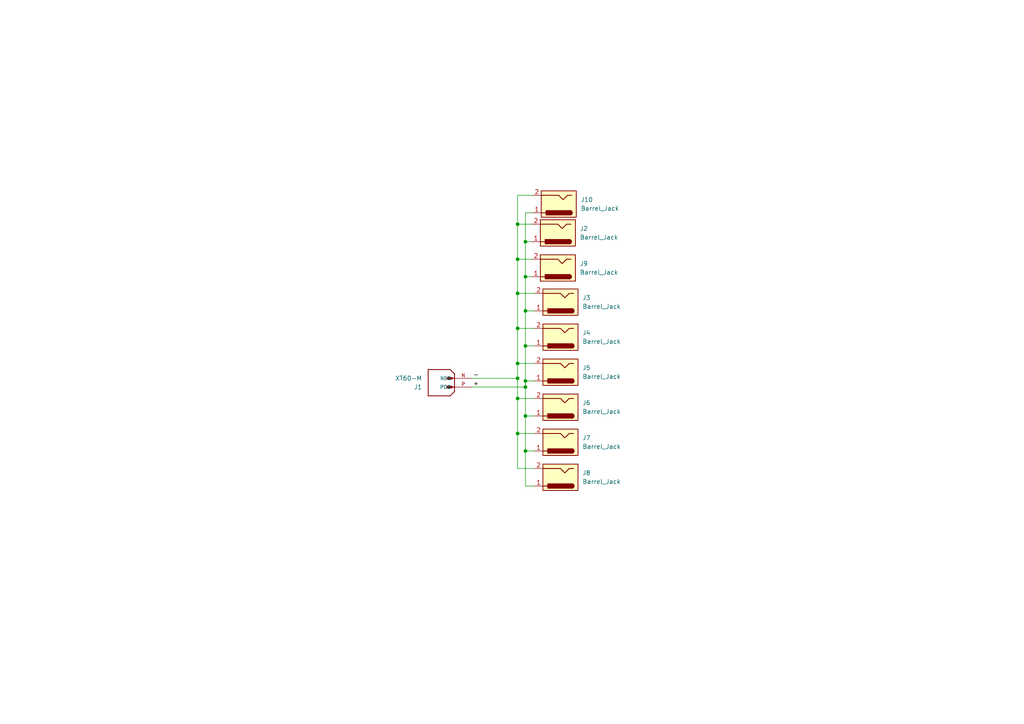
<source format=kicad_sch>
(kicad_sch (version 20211123) (generator eeschema)
  (paper "A4")
  (lib_symbols
    (symbol "Connector:Barrel_Jack" (pin_names (offset 1.016))
      (property "Reference" "J" (at 0 5.334 0))
      (property "Value" "Barrel_Jack" (at 0 -5.08 0))
      (symbol "Barrel_Jack_0_1"
        (rectangle (start -5.08 3.81) (end 5.08 -3.81) (stroke (width 0.254)) (fill (type background)))
        (arc (start -3.302 3.175) (mid -3.937 2.54) (end -3.302 1.905) (stroke (width 0.254)))
        (arc (start -3.302 3.175) (mid -3.937 2.54) (end -3.302 1.905) (stroke (width 0.254)) (fill (type outline)))
        (polyline (pts (xy 5.08 2.54) (xy 3.81 2.54)) (stroke (width 0.254)))
        (polyline (pts (xy -3.81 -2.54) (xy -2.54 -2.54) (xy -1.27 -1.27) (xy 0 -2.54) (xy 2.54 -2.54) (xy 5.08 -2.54)) (stroke (width 0.254)))
        (rectangle (start 3.683 3.175) (end -3.302 1.905) (stroke (width 0.254)) (fill (type outline)))
      )
      (symbol "Barrel_Jack_1_1"
        (pin passive line (at 7.62 2.54 180) (length 2.54) (name "~") (number "1"))
        (pin passive line (at 7.62 -2.54 180) (length 2.54) (name "~") (number "2"))
      )
    )
    (symbol "XT60-M:XT60-M" (pin_names (offset 1.016))
      (property "Reference" "J" (at 0 6.35 0))
      (property "Value" "XT60-M" (at 0 -5.08 0))
      (symbol "XT60-M_0_0"
        (polyline (pts (xy 0 -1.27) (xy 1.27 -2.54)) (stroke (width 0.254)))
        (polyline (pts (xy 0 0) (xy 1.905 0)) (stroke (width 0.254)))
        (polyline (pts (xy 0 2.54) (xy 0 -1.27)) (stroke (width 0.254)))
        (polyline (pts (xy 0 2.54) (xy 1.905 2.54)) (stroke (width 0.254)))
        (polyline (pts (xy 0 3.81) (xy 0 2.54)) (stroke (width 0.254)))
        (polyline (pts (xy 0 3.81) (xy 1.27 5.08)) (stroke (width 0.254)))
        (polyline (pts (xy 1.27 -2.54) (xy 7.62 -2.54)) (stroke (width 0.254)))
        (polyline (pts (xy 7.62 -2.54) (xy 7.62 5.08)) (stroke (width 0.254)))
        (polyline (pts (xy 7.62 5.08) (xy 1.27 5.08)) (stroke (width 0.254)))
        (rectangle (start 0.635 -0.3175) (end 2.2225 0.3175) (stroke (width 0.1)) (fill (type outline)))
        (rectangle (start 0.635 2.2225) (end 2.2225 2.8575) (stroke (width 0.1)) (fill (type outline)))
        (pin passive line (at -5.08 0 0) (length 5.08) (name "NEG") (number "N"))
        (pin passive line (at -5.08 2.54 0) (length 5.08) (name "POS") (number "P"))
      )
    )
  )
  (junction (at 150.114 105.41))
  (junction (at 150.114 109.728))
  (junction (at 152.4 100.33))
  (junction (at 152.4 110.49))
  (junction (at 150.114 75.184))
  (junction (at 150.114 115.57))
  (junction (at 152.4 130.81))
  (junction (at 150.114 125.73))
  (junction (at 152.4 112.268))
  (junction (at 150.114 95.25))
  (junction (at 152.4 120.65))
  (junction (at 152.4 90.17))
  (junction (at 152.4 80.264))
  (junction (at 152.4 70.104))
  (junction (at 150.114 85.09))
  (junction (at 150.114 65.024))
  (wire (pts (xy 152.4 112.268) (xy 152.4 120.65)))
  (wire (pts (xy 150.114 75.184) (xy 154.178 75.184)))
  (wire (pts (xy 152.4 100.33) (xy 152.4 90.17)))
  (wire (pts (xy 152.4 110.49) (xy 152.4 100.33)))
  (wire (pts (xy 150.114 56.642) (xy 154.432 56.642)))
  (wire (pts (xy 152.4 90.17) (xy 152.4 80.264)))
  (wire (pts (xy 136.906 109.728) (xy 150.114 109.728)))
  (wire (pts (xy 150.114 85.09) (xy 150.114 75.184)))
  (wire (pts (xy 150.114 109.728) (xy 150.114 115.57)))
  (wire (pts (xy 152.4 110.49) (xy 154.94 110.49)))
  (wire (pts (xy 150.114 125.73) (xy 150.114 135.89)))
  (wire (pts (xy 150.114 115.57) (xy 154.94 115.57)))
  (wire (pts (xy 150.114 75.184) (xy 150.114 65.024)))
  (wire (pts (xy 150.114 85.09) (xy 154.94 85.09)))
  (wire (pts (xy 152.4 100.33) (xy 154.94 100.33)))
  (wire (pts (xy 150.114 115.57) (xy 150.114 125.73)))
  (wire (pts (xy 150.114 109.728) (xy 150.114 105.41)))
  (wire (pts (xy 150.114 65.024) (xy 150.114 56.642)))
  (wire (pts (xy 150.114 65.024) (xy 154.178 65.024)))
  (wire (pts (xy 152.4 90.17) (xy 154.94 90.17)))
  (wire (pts (xy 152.4 130.81) (xy 154.94 130.81)))
  (wire (pts (xy 152.4 70.104) (xy 152.4 61.722)))
  (wire (pts (xy 136.906 112.268) (xy 152.4 112.268)))
  (wire (pts (xy 152.4 80.264) (xy 154.178 80.264)))
  (wire (pts (xy 150.114 125.73) (xy 154.94 125.73)))
  (wire (pts (xy 152.4 120.65) (xy 152.4 130.81)))
  (wire (pts (xy 150.114 135.89) (xy 154.94 135.89)))
  (wire (pts (xy 150.114 105.41) (xy 154.94 105.41)))
  (wire (pts (xy 152.4 80.264) (xy 152.4 70.104)))
  (wire (pts (xy 150.114 95.25) (xy 154.94 95.25)))
  (wire (pts (xy 152.4 61.722) (xy 154.432 61.722)))
  (wire (pts (xy 150.114 105.41) (xy 150.114 95.25)))
  (wire (pts (xy 150.114 95.25) (xy 150.114 85.09)))
  (wire (pts (xy 152.4 140.97) (xy 154.94 140.97)))
  (wire (pts (xy 152.4 70.104) (xy 154.178 70.104)))
  (wire (pts (xy 152.4 112.268) (xy 152.4 110.49)))
  (wire (pts (xy 152.4 130.81) (xy 152.4 140.97)))
  (wire (pts (xy 152.4 120.65) (xy 154.94 120.65)))
  (label "+" (at 137.16 112.268 0))
  (label "-" (at 137.16 109.728 0))
  (symbol (lib_id "Connector:Barrel_Jack") (at 162.56 97.79 180) (unit 1)
    (property "Reference" "J4" (at 168.91 96.5199 0) (effects (justify right)))
    (property "Value" "Barrel_Jack" (at 168.91 99.0599 0) (effects (justify right)))
    (property "Footprint" "Connector_BarrelJack:BarrelJack_CUI_PJ-063AH_Horizontal" (effects hide))
  )
  (symbol (lib_id "Connector:Barrel_Jack") (at 162.56 87.63 180) (unit 1)
    (property "Reference" "J3" (at 168.91 86.3599 0) (effects (justify right)))
    (property "Value" "Barrel_Jack" (at 168.91 88.8999 0) (effects (justify right)))
    (property "Footprint" "Connector_BarrelJack:BarrelJack_CUI_PJ-063AH_Horizontal" (effects hide))
  )
  (symbol (lib_id "Connector:Barrel_Jack") (at 161.798 67.564 180) (unit 1)
    (property "Reference" "J2" (at 168.148 66.2939 0) (effects (justify right)))
    (property "Value" "Barrel_Jack" (at 168.148 68.8339 0) (effects (justify right)))
    (property "Footprint" "Connector_BarrelJack:BarrelJack_CUI_PJ-063AH_Horizontal" (effects hide))
  )
  (symbol (lib_id "Connector:Barrel_Jack") (at 162.56 118.11 180) (unit 1)
    (property "Reference" "J6" (at 168.91 116.8399 0) (effects (justify right)))
    (property "Value" "Barrel_Jack" (at 168.91 119.3799 0) (effects (justify right)))
    (property "Footprint" "Connector_BarrelJack:BarrelJack_CUI_PJ-063AH_Horizontal" (effects hide))
  )
  (symbol (lib_id "Connector:Barrel_Jack") (at 162.56 138.43 180) (unit 1)
    (property "Reference" "J8" (at 168.91 137.1599 0) (effects (justify right)))
    (property "Value" "Barrel_Jack" (at 168.91 139.6999 0) (effects (justify right)))
    (property "Footprint" "Connector_BarrelJack:BarrelJack_CUI_PJ-063AH_Horizontal" (effects hide))
  )
  (symbol (lib_id "XT60-M:XT60-M") (at 131.826 109.728 180) (unit 1)
    (property "Reference" "J1" (at 122.428 112.2681 0) (effects (justify left)))
    (property "Value" "XT60-M" (at 122.428 109.7281 0) (effects (justify left)))
    (property "Footprint" "AMASS_XT60-M" (effects hide))
    (property "MANUFACTURER" "AMASS" (effects hide))
    (property "PARTREV" "V1.2" (effects hide))
    (property "MAXIMUM_PACKAGE_HEIGHT" "16.00 mm" (effects hide))
    (property "STANDARD" "IPC 7351B" (effects hide))
  )
  (symbol (lib_id "Connector:Barrel_Jack") (at 161.798 77.724 180) (unit 1)
    (property "Reference" "J9" (at 168.148 76.4539 0) (effects (justify right)))
    (property "Value" "Barrel_Jack" (at 168.148 78.9939 0) (effects (justify right)))
    (property "Footprint" "Connector_BarrelJack:BarrelJack_CUI_PJ-063AH_Horizontal" (effects hide))
  )
  (symbol (lib_id "Connector:Barrel_Jack") (at 162.56 128.27 180) (unit 1)
    (property "Reference" "J7" (at 168.91 126.9999 0) (effects (justify right)))
    (property "Value" "Barrel_Jack" (at 168.91 129.5399 0) (effects (justify right)))
    (property "Footprint" "Connector_BarrelJack:BarrelJack_CUI_PJ-063AH_Horizontal" (effects hide))
  )
  (symbol (lib_id "Connector:Barrel_Jack") (at 162.052 59.182 180) (unit 1)
    (property "Reference" "J10" (at 168.402 57.9119 0) (effects (justify right)))
    (property "Value" "Barrel_Jack" (at 168.402 60.4519 0) (effects (justify right)))
    (property "Footprint" "Connector_BarrelJack:BarrelJack_CUI_PJ-063AH_Horizontal" (effects hide))
  )
  (symbol (lib_id "Connector:Barrel_Jack") (at 162.56 107.95 180) (unit 1)
    (property "Reference" "J5" (at 168.91 106.6799 0) (effects (justify right)))
    (property "Value" "Barrel_Jack" (at 168.91 109.2199 0) (effects (justify right)))
    (property "Footprint" "Connector_BarrelJack:BarrelJack_CUI_PJ-063AH_Horizontal" (effects hide))
  )
)
</source>
